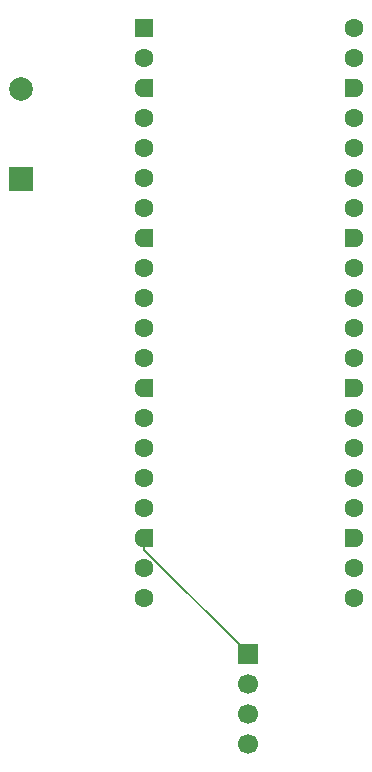
<source format=gbr>
%TF.GenerationSoftware,KiCad,Pcbnew,9.0.2*%
%TF.CreationDate,2025-06-22T19:03:17+05:30*%
%TF.ProjectId,rpiblindstick,72706962-6c69-46e6-9473-7469636b2e6b,rev?*%
%TF.SameCoordinates,Original*%
%TF.FileFunction,Copper,L1,Top*%
%TF.FilePolarity,Positive*%
%FSLAX46Y46*%
G04 Gerber Fmt 4.6, Leading zero omitted, Abs format (unit mm)*
G04 Created by KiCad (PCBNEW 9.0.2) date 2025-06-22 19:03:17*
%MOMM*%
%LPD*%
G01*
G04 APERTURE LIST*
G04 Aperture macros list*
%AMRoundRect*
0 Rectangle with rounded corners*
0 $1 Rounding radius*
0 $2 $3 $4 $5 $6 $7 $8 $9 X,Y pos of 4 corners*
0 Add a 4 corners polygon primitive as box body*
4,1,4,$2,$3,$4,$5,$6,$7,$8,$9,$2,$3,0*
0 Add four circle primitives for the rounded corners*
1,1,$1+$1,$2,$3*
1,1,$1+$1,$4,$5*
1,1,$1+$1,$6,$7*
1,1,$1+$1,$8,$9*
0 Add four rect primitives between the rounded corners*
20,1,$1+$1,$2,$3,$4,$5,0*
20,1,$1+$1,$4,$5,$6,$7,0*
20,1,$1+$1,$6,$7,$8,$9,0*
20,1,$1+$1,$8,$9,$2,$3,0*%
%AMFreePoly0*
4,1,37,0.603843,0.796157,0.639018,0.796157,0.711114,0.766294,0.766294,0.711114,0.796157,0.639018,0.796157,0.603843,0.800000,0.600000,0.800000,-0.600000,0.796157,-0.603843,0.796157,-0.639018,0.766294,-0.711114,0.711114,-0.766294,0.639018,-0.796157,0.603843,-0.796157,0.600000,-0.800000,0.000000,-0.800000,0.000000,-0.796148,-0.078414,-0.796148,-0.232228,-0.765552,-0.377117,-0.705537,
-0.507515,-0.618408,-0.618408,-0.507515,-0.705537,-0.377117,-0.765552,-0.232228,-0.796148,-0.078414,-0.796148,0.078414,-0.765552,0.232228,-0.705537,0.377117,-0.618408,0.507515,-0.507515,0.618408,-0.377117,0.705537,-0.232228,0.765552,-0.078414,0.796148,0.000000,0.796148,0.000000,0.800000,0.600000,0.800000,0.603843,0.796157,0.603843,0.796157,$1*%
%AMFreePoly1*
4,1,37,0.000000,0.796148,0.078414,0.796148,0.232228,0.765552,0.377117,0.705537,0.507515,0.618408,0.618408,0.507515,0.705537,0.377117,0.765552,0.232228,0.796148,0.078414,0.796148,-0.078414,0.765552,-0.232228,0.705537,-0.377117,0.618408,-0.507515,0.507515,-0.618408,0.377117,-0.705537,0.232228,-0.765552,0.078414,-0.796148,0.000000,-0.796148,0.000000,-0.800000,-0.600000,-0.800000,
-0.603843,-0.796157,-0.639018,-0.796157,-0.711114,-0.766294,-0.766294,-0.711114,-0.796157,-0.639018,-0.796157,-0.603843,-0.800000,-0.600000,-0.800000,0.600000,-0.796157,0.603843,-0.796157,0.639018,-0.766294,0.711114,-0.711114,0.766294,-0.639018,0.796157,-0.603843,0.796157,-0.600000,0.800000,0.000000,0.800000,0.000000,0.796148,0.000000,0.796148,$1*%
G04 Aperture macros list end*
%TA.AperFunction,ComponentPad*%
%ADD10R,1.700000X1.700000*%
%TD*%
%TA.AperFunction,ComponentPad*%
%ADD11C,1.700000*%
%TD*%
%TA.AperFunction,ComponentPad*%
%ADD12RoundRect,0.200000X-0.600000X-0.600000X0.600000X-0.600000X0.600000X0.600000X-0.600000X0.600000X0*%
%TD*%
%TA.AperFunction,ComponentPad*%
%ADD13C,1.600000*%
%TD*%
%TA.AperFunction,ComponentPad*%
%ADD14FreePoly0,0.000000*%
%TD*%
%TA.AperFunction,ComponentPad*%
%ADD15FreePoly1,0.000000*%
%TD*%
%TA.AperFunction,ComponentPad*%
%ADD16R,2.000000X2.000000*%
%TD*%
%TA.AperFunction,ComponentPad*%
%ADD17C,2.000000*%
%TD*%
%TA.AperFunction,Conductor*%
%ADD18C,0.200000*%
%TD*%
G04 APERTURE END LIST*
D10*
%TO.P,J1,1,Pin_1*%
%TO.N,Net-(BZ1--)*%
X132250000Y-133710000D03*
D11*
%TO.P,J1,2,Pin_2*%
%TO.N,Net-(A1-GPIO3)*%
X132250000Y-136250000D03*
%TO.P,J1,3,Pin_3*%
%TO.N,Net-(A1-GPIO2)*%
X132250000Y-138790000D03*
%TO.P,J1,4,Pin_4*%
%TO.N,Net-(A1-3V3)*%
X132250000Y-141330000D03*
%TD*%
D12*
%TO.P,A1,1,GPIO0*%
%TO.N,unconnected-(A1-GPIO0-Pad1)*%
X123470000Y-80740000D03*
D13*
%TO.P,A1,2,GPIO1*%
%TO.N,unconnected-(A1-GPIO1-Pad2)*%
X123470000Y-83280000D03*
D14*
%TO.P,A1,3,GND*%
%TO.N,Net-(BZ1--)*%
X123470000Y-85820000D03*
D13*
%TO.P,A1,4,GPIO2*%
%TO.N,Net-(A1-GPIO2)*%
X123470000Y-88360000D03*
%TO.P,A1,5,GPIO3*%
%TO.N,Net-(A1-GPIO3)*%
X123470000Y-90900000D03*
%TO.P,A1,6,GPIO4*%
%TO.N,Net-(A1-GPIO4)*%
X123470000Y-93440000D03*
%TO.P,A1,7,GPIO5*%
%TO.N,unconnected-(A1-GPIO5-Pad7)*%
X123470000Y-95980000D03*
D14*
%TO.P,A1,8,GND*%
%TO.N,Net-(BZ1--)*%
X123470000Y-98520000D03*
D13*
%TO.P,A1,9,GPIO6*%
%TO.N,unconnected-(A1-GPIO6-Pad9)*%
X123470000Y-101060000D03*
%TO.P,A1,10,GPIO7*%
%TO.N,unconnected-(A1-GPIO7-Pad10)*%
X123470000Y-103600000D03*
%TO.P,A1,11,GPIO8*%
%TO.N,unconnected-(A1-GPIO8-Pad11)*%
X123470000Y-106140000D03*
%TO.P,A1,12,GPIO9*%
%TO.N,unconnected-(A1-GPIO9-Pad12)*%
X123470000Y-108680000D03*
D14*
%TO.P,A1,13,GND*%
%TO.N,Net-(BZ1--)*%
X123470000Y-111220000D03*
D13*
%TO.P,A1,14,GPIO10*%
%TO.N,unconnected-(A1-GPIO10-Pad14)*%
X123470000Y-113760000D03*
%TO.P,A1,15,GPIO11*%
%TO.N,unconnected-(A1-GPIO11-Pad15)*%
X123470000Y-116300000D03*
%TO.P,A1,16,GPIO12*%
%TO.N,unconnected-(A1-GPIO12-Pad16)*%
X123470000Y-118840000D03*
%TO.P,A1,17,GPIO13*%
%TO.N,unconnected-(A1-GPIO13-Pad17)*%
X123470000Y-121380000D03*
D14*
%TO.P,A1,18,GND*%
%TO.N,Net-(BZ1--)*%
X123470000Y-123920000D03*
D13*
%TO.P,A1,19,GPIO14*%
%TO.N,unconnected-(A1-GPIO14-Pad19)*%
X123470000Y-126460000D03*
%TO.P,A1,20,GPIO15*%
%TO.N,unconnected-(A1-GPIO15-Pad20)*%
X123470000Y-129000000D03*
%TO.P,A1,21,GPIO16*%
%TO.N,unconnected-(A1-GPIO16-Pad21)*%
X141250000Y-129000000D03*
%TO.P,A1,22,GPIO17*%
%TO.N,unconnected-(A1-GPIO17-Pad22)*%
X141250000Y-126460000D03*
D15*
%TO.P,A1,23,GND*%
%TO.N,Net-(BZ1--)*%
X141250000Y-123920000D03*
D13*
%TO.P,A1,24,GPIO18*%
%TO.N,unconnected-(A1-GPIO18-Pad24)*%
X141250000Y-121380000D03*
%TO.P,A1,25,GPIO19*%
%TO.N,unconnected-(A1-GPIO19-Pad25)*%
X141250000Y-118840000D03*
%TO.P,A1,26,GPIO20*%
%TO.N,unconnected-(A1-GPIO20-Pad26)*%
X141250000Y-116300000D03*
%TO.P,A1,27,GPIO21*%
%TO.N,unconnected-(A1-GPIO21-Pad27)*%
X141250000Y-113760000D03*
D15*
%TO.P,A1,28,GND*%
%TO.N,Net-(BZ1--)*%
X141250000Y-111220000D03*
D13*
%TO.P,A1,29,GPIO22*%
%TO.N,unconnected-(A1-GPIO22-Pad29)*%
X141250000Y-108680000D03*
%TO.P,A1,30,RUN*%
%TO.N,unconnected-(A1-RUN-Pad30)*%
X141250000Y-106140000D03*
%TO.P,A1,31,GPIO26_ADC0*%
%TO.N,unconnected-(A1-GPIO26_ADC0-Pad31)*%
X141250000Y-103600000D03*
%TO.P,A1,32,GPIO27_ADC1*%
%TO.N,unconnected-(A1-GPIO27_ADC1-Pad32)*%
X141250000Y-101060000D03*
D15*
%TO.P,A1,33,AGND*%
%TO.N,unconnected-(A1-AGND-Pad33)*%
X141250000Y-98520000D03*
D13*
%TO.P,A1,34,GPIO28_ADC2*%
%TO.N,unconnected-(A1-GPIO28_ADC2-Pad34)*%
X141250000Y-95980000D03*
%TO.P,A1,35,ADC_VREF*%
%TO.N,unconnected-(A1-ADC_VREF-Pad35)*%
X141250000Y-93440000D03*
%TO.P,A1,36,3V3*%
%TO.N,Net-(A1-3V3)*%
X141250000Y-90900000D03*
%TO.P,A1,37,3V3_EN*%
%TO.N,unconnected-(A1-3V3_EN-Pad37)*%
X141250000Y-88360000D03*
D15*
%TO.P,A1,38,GND*%
%TO.N,Net-(BZ1--)*%
X141250000Y-85820000D03*
D13*
%TO.P,A1,39,VSYS*%
%TO.N,unconnected-(A1-VSYS-Pad39)*%
X141250000Y-83280000D03*
%TO.P,A1,40,VBUS*%
%TO.N,unconnected-(A1-VBUS-Pad40)*%
X141250000Y-80740000D03*
%TD*%
D16*
%TO.P,BZ1,1,+*%
%TO.N,Net-(A1-GPIO4)*%
X113000000Y-93550000D03*
D17*
%TO.P,BZ1,2,-*%
%TO.N,Net-(BZ1--)*%
X113000000Y-85950000D03*
%TD*%
D18*
%TO.N,Net-(BZ1--)*%
X132250000Y-133710000D02*
X132250000Y-133682950D01*
X132250000Y-133682950D02*
X123470000Y-124902950D01*
X123470000Y-124902950D02*
X123470000Y-123920000D01*
%TD*%
M02*

</source>
